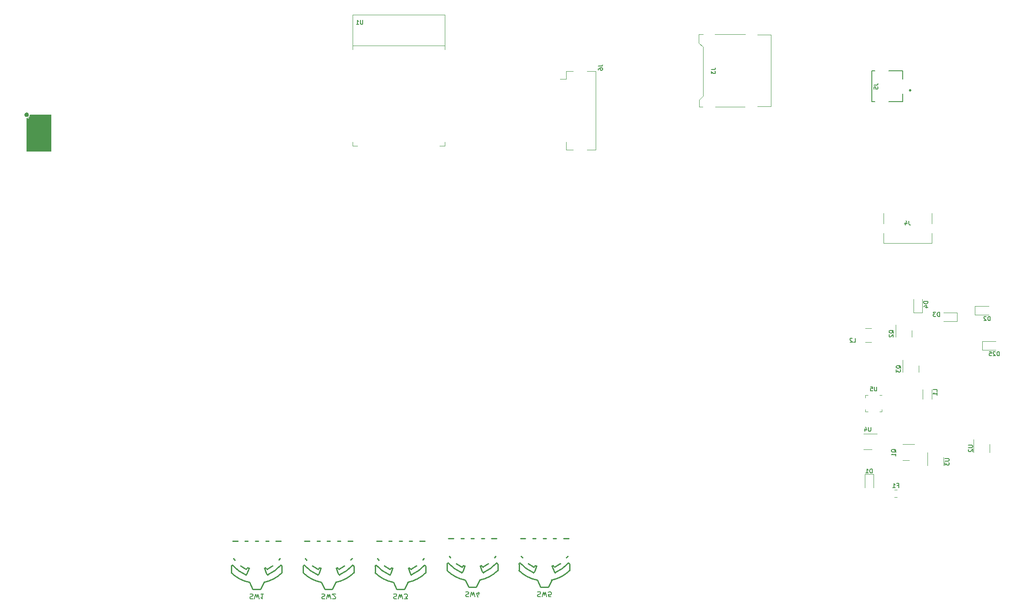
<source format=gbr>
%TF.GenerationSoftware,KiCad,Pcbnew,7.99.0-3193-g96f9f2c658*%
%TF.CreationDate,2023-10-14T12:34:30+01:00*%
%TF.ProjectId,hh2024,68683230-3234-42e6-9b69-6361645f7063,rev?*%
%TF.SameCoordinates,Original*%
%TF.FileFunction,Legend,Bot*%
%TF.FilePolarity,Positive*%
%FSLAX46Y46*%
G04 Gerber Fmt 4.6, Leading zero omitted, Abs format (unit mm)*
G04 Created by KiCad (PCBNEW 7.99.0-3193-g96f9f2c658) date 2023-10-14 12:34:30*
%MOMM*%
%LPD*%
G01*
G04 APERTURE LIST*
%ADD10C,0.150000*%
%ADD11C,0.120000*%
%ADD12C,0.100000*%
%ADD13C,0.254000*%
%ADD14C,0.250000*%
%ADD15C,0.127000*%
%ADD16C,0.300000*%
G04 APERTURE END LIST*
D10*
X116787667Y-160293800D02*
X116930524Y-160246180D01*
X116930524Y-160246180D02*
X117168619Y-160246180D01*
X117168619Y-160246180D02*
X117263857Y-160293800D01*
X117263857Y-160293800D02*
X117311476Y-160341419D01*
X117311476Y-160341419D02*
X117359095Y-160436657D01*
X117359095Y-160436657D02*
X117359095Y-160531895D01*
X117359095Y-160531895D02*
X117311476Y-160627133D01*
X117311476Y-160627133D02*
X117263857Y-160674752D01*
X117263857Y-160674752D02*
X117168619Y-160722371D01*
X117168619Y-160722371D02*
X116978143Y-160769990D01*
X116978143Y-160769990D02*
X116882905Y-160817609D01*
X116882905Y-160817609D02*
X116835286Y-160865228D01*
X116835286Y-160865228D02*
X116787667Y-160960466D01*
X116787667Y-160960466D02*
X116787667Y-161055704D01*
X116787667Y-161055704D02*
X116835286Y-161150942D01*
X116835286Y-161150942D02*
X116882905Y-161198561D01*
X116882905Y-161198561D02*
X116978143Y-161246180D01*
X116978143Y-161246180D02*
X117216238Y-161246180D01*
X117216238Y-161246180D02*
X117359095Y-161198561D01*
X117692429Y-161246180D02*
X117930524Y-160246180D01*
X117930524Y-160246180D02*
X118121000Y-160960466D01*
X118121000Y-160960466D02*
X118311476Y-160246180D01*
X118311476Y-160246180D02*
X118549572Y-161246180D01*
X118882905Y-161150942D02*
X118930524Y-161198561D01*
X118930524Y-161198561D02*
X119025762Y-161246180D01*
X119025762Y-161246180D02*
X119263857Y-161246180D01*
X119263857Y-161246180D02*
X119359095Y-161198561D01*
X119359095Y-161198561D02*
X119406714Y-161150942D01*
X119406714Y-161150942D02*
X119454333Y-161055704D01*
X119454333Y-161055704D02*
X119454333Y-160960466D01*
X119454333Y-160960466D02*
X119406714Y-160817609D01*
X119406714Y-160817609D02*
X118835286Y-160246180D01*
X118835286Y-160246180D02*
X119454333Y-160246180D01*
X246912475Y-106933295D02*
X246912475Y-106133295D01*
X246912475Y-106133295D02*
X246721999Y-106133295D01*
X246721999Y-106133295D02*
X246607713Y-106171390D01*
X246607713Y-106171390D02*
X246531523Y-106247580D01*
X246531523Y-106247580D02*
X246493428Y-106323771D01*
X246493428Y-106323771D02*
X246455332Y-106476152D01*
X246455332Y-106476152D02*
X246455332Y-106590438D01*
X246455332Y-106590438D02*
X246493428Y-106742819D01*
X246493428Y-106742819D02*
X246531523Y-106819009D01*
X246531523Y-106819009D02*
X246607713Y-106895200D01*
X246607713Y-106895200D02*
X246721999Y-106933295D01*
X246721999Y-106933295D02*
X246912475Y-106933295D01*
X246150571Y-106209485D02*
X246112475Y-106171390D01*
X246112475Y-106171390D02*
X246036285Y-106133295D01*
X246036285Y-106133295D02*
X245845809Y-106133295D01*
X245845809Y-106133295D02*
X245769618Y-106171390D01*
X245769618Y-106171390D02*
X245731523Y-106209485D01*
X245731523Y-106209485D02*
X245693428Y-106285676D01*
X245693428Y-106285676D02*
X245693428Y-106361866D01*
X245693428Y-106361866D02*
X245731523Y-106476152D01*
X245731523Y-106476152D02*
X246188666Y-106933295D01*
X246188666Y-106933295D02*
X245693428Y-106933295D01*
X124764523Y-48379295D02*
X124764523Y-49026914D01*
X124764523Y-49026914D02*
X124726428Y-49103104D01*
X124726428Y-49103104D02*
X124688333Y-49141200D01*
X124688333Y-49141200D02*
X124612142Y-49179295D01*
X124612142Y-49179295D02*
X124459761Y-49179295D01*
X124459761Y-49179295D02*
X124383571Y-49141200D01*
X124383571Y-49141200D02*
X124345476Y-49103104D01*
X124345476Y-49103104D02*
X124307380Y-49026914D01*
X124307380Y-49026914D02*
X124307380Y-48379295D01*
X123507381Y-49179295D02*
X123964524Y-49179295D01*
X123735952Y-49179295D02*
X123735952Y-48379295D01*
X123735952Y-48379295D02*
X123812143Y-48493580D01*
X123812143Y-48493580D02*
X123888333Y-48569771D01*
X123888333Y-48569771D02*
X123964524Y-48607866D01*
X228583485Y-132630809D02*
X228545390Y-132554619D01*
X228545390Y-132554619D02*
X228469200Y-132478428D01*
X228469200Y-132478428D02*
X228354914Y-132364142D01*
X228354914Y-132364142D02*
X228316819Y-132287952D01*
X228316819Y-132287952D02*
X228316819Y-132211761D01*
X228507295Y-132249857D02*
X228469200Y-132173666D01*
X228469200Y-132173666D02*
X228393009Y-132097476D01*
X228393009Y-132097476D02*
X228240628Y-132059380D01*
X228240628Y-132059380D02*
X227973961Y-132059380D01*
X227973961Y-132059380D02*
X227821580Y-132097476D01*
X227821580Y-132097476D02*
X227745390Y-132173666D01*
X227745390Y-132173666D02*
X227707295Y-132249857D01*
X227707295Y-132249857D02*
X227707295Y-132402238D01*
X227707295Y-132402238D02*
X227745390Y-132478428D01*
X227745390Y-132478428D02*
X227821580Y-132554619D01*
X227821580Y-132554619D02*
X227973961Y-132592714D01*
X227973961Y-132592714D02*
X228240628Y-132592714D01*
X228240628Y-132592714D02*
X228393009Y-132554619D01*
X228393009Y-132554619D02*
X228469200Y-132478428D01*
X228469200Y-132478428D02*
X228507295Y-132402238D01*
X228507295Y-132402238D02*
X228507295Y-132249857D01*
X228507295Y-133354618D02*
X228507295Y-132897475D01*
X228507295Y-133126047D02*
X227707295Y-133126047D01*
X227707295Y-133126047D02*
X227821580Y-133049856D01*
X227821580Y-133049856D02*
X227897771Y-132973666D01*
X227897771Y-132973666D02*
X227935866Y-132897475D01*
X229513485Y-116276309D02*
X229475390Y-116200119D01*
X229475390Y-116200119D02*
X229399200Y-116123928D01*
X229399200Y-116123928D02*
X229284914Y-116009642D01*
X229284914Y-116009642D02*
X229246819Y-115933452D01*
X229246819Y-115933452D02*
X229246819Y-115857261D01*
X229437295Y-115895357D02*
X229399200Y-115819166D01*
X229399200Y-115819166D02*
X229323009Y-115742976D01*
X229323009Y-115742976D02*
X229170628Y-115704880D01*
X229170628Y-115704880D02*
X228903961Y-115704880D01*
X228903961Y-115704880D02*
X228751580Y-115742976D01*
X228751580Y-115742976D02*
X228675390Y-115819166D01*
X228675390Y-115819166D02*
X228637295Y-115895357D01*
X228637295Y-115895357D02*
X228637295Y-116047738D01*
X228637295Y-116047738D02*
X228675390Y-116123928D01*
X228675390Y-116123928D02*
X228751580Y-116200119D01*
X228751580Y-116200119D02*
X228903961Y-116238214D01*
X228903961Y-116238214D02*
X229170628Y-116238214D01*
X229170628Y-116238214D02*
X229323009Y-116200119D01*
X229323009Y-116200119D02*
X229399200Y-116123928D01*
X229399200Y-116123928D02*
X229437295Y-116047738D01*
X229437295Y-116047738D02*
X229437295Y-115895357D01*
X228637295Y-116504880D02*
X228637295Y-117000118D01*
X228637295Y-117000118D02*
X228942057Y-116733452D01*
X228942057Y-116733452D02*
X228942057Y-116847737D01*
X228942057Y-116847737D02*
X228980152Y-116923928D01*
X228980152Y-116923928D02*
X229018247Y-116962023D01*
X229018247Y-116962023D02*
X229094438Y-117000118D01*
X229094438Y-117000118D02*
X229284914Y-117000118D01*
X229284914Y-117000118D02*
X229361104Y-116962023D01*
X229361104Y-116962023D02*
X229399200Y-116923928D01*
X229399200Y-116923928D02*
X229437295Y-116847737D01*
X229437295Y-116847737D02*
X229437295Y-116619166D01*
X229437295Y-116619166D02*
X229399200Y-116542975D01*
X229399200Y-116542975D02*
X229361104Y-116504880D01*
X224296295Y-61016333D02*
X224867723Y-61016333D01*
X224867723Y-61016333D02*
X224982009Y-60978238D01*
X224982009Y-60978238D02*
X225058200Y-60902047D01*
X225058200Y-60902047D02*
X225096295Y-60787762D01*
X225096295Y-60787762D02*
X225096295Y-60711571D01*
X224296295Y-61778238D02*
X224296295Y-61397286D01*
X224296295Y-61397286D02*
X224677247Y-61359190D01*
X224677247Y-61359190D02*
X224639152Y-61397286D01*
X224639152Y-61397286D02*
X224601057Y-61473476D01*
X224601057Y-61473476D02*
X224601057Y-61663952D01*
X224601057Y-61663952D02*
X224639152Y-61740143D01*
X224639152Y-61740143D02*
X224677247Y-61778238D01*
X224677247Y-61778238D02*
X224753438Y-61816333D01*
X224753438Y-61816333D02*
X224943914Y-61816333D01*
X224943914Y-61816333D02*
X225020104Y-61778238D01*
X225020104Y-61778238D02*
X225058200Y-61740143D01*
X225058200Y-61740143D02*
X225096295Y-61663952D01*
X225096295Y-61663952D02*
X225096295Y-61473476D01*
X225096295Y-61473476D02*
X225058200Y-61397286D01*
X225058200Y-61397286D02*
X225020104Y-61359190D01*
X144799667Y-159860300D02*
X144942524Y-159812680D01*
X144942524Y-159812680D02*
X145180619Y-159812680D01*
X145180619Y-159812680D02*
X145275857Y-159860300D01*
X145275857Y-159860300D02*
X145323476Y-159907919D01*
X145323476Y-159907919D02*
X145371095Y-160003157D01*
X145371095Y-160003157D02*
X145371095Y-160098395D01*
X145371095Y-160098395D02*
X145323476Y-160193633D01*
X145323476Y-160193633D02*
X145275857Y-160241252D01*
X145275857Y-160241252D02*
X145180619Y-160288871D01*
X145180619Y-160288871D02*
X144990143Y-160336490D01*
X144990143Y-160336490D02*
X144894905Y-160384109D01*
X144894905Y-160384109D02*
X144847286Y-160431728D01*
X144847286Y-160431728D02*
X144799667Y-160526966D01*
X144799667Y-160526966D02*
X144799667Y-160622204D01*
X144799667Y-160622204D02*
X144847286Y-160717442D01*
X144847286Y-160717442D02*
X144894905Y-160765061D01*
X144894905Y-160765061D02*
X144990143Y-160812680D01*
X144990143Y-160812680D02*
X145228238Y-160812680D01*
X145228238Y-160812680D02*
X145371095Y-160765061D01*
X145704429Y-160812680D02*
X145942524Y-159812680D01*
X145942524Y-159812680D02*
X146133000Y-160526966D01*
X146133000Y-160526966D02*
X146323476Y-159812680D01*
X146323476Y-159812680D02*
X146561572Y-160812680D01*
X147371095Y-160479347D02*
X147371095Y-159812680D01*
X147133000Y-160860300D02*
X146894905Y-160146014D01*
X146894905Y-160146014D02*
X147513952Y-160146014D01*
X242714295Y-131253476D02*
X243361914Y-131253476D01*
X243361914Y-131253476D02*
X243438104Y-131291571D01*
X243438104Y-131291571D02*
X243476200Y-131329666D01*
X243476200Y-131329666D02*
X243514295Y-131405857D01*
X243514295Y-131405857D02*
X243514295Y-131558238D01*
X243514295Y-131558238D02*
X243476200Y-131634428D01*
X243476200Y-131634428D02*
X243438104Y-131672523D01*
X243438104Y-131672523D02*
X243361914Y-131710619D01*
X243361914Y-131710619D02*
X242714295Y-131710619D01*
X242790485Y-132053475D02*
X242752390Y-132091571D01*
X242752390Y-132091571D02*
X242714295Y-132167761D01*
X242714295Y-132167761D02*
X242714295Y-132358237D01*
X242714295Y-132358237D02*
X242752390Y-132434428D01*
X242752390Y-132434428D02*
X242790485Y-132472523D01*
X242790485Y-132472523D02*
X242866676Y-132510618D01*
X242866676Y-132510618D02*
X242942866Y-132510618D01*
X242942866Y-132510618D02*
X243057152Y-132472523D01*
X243057152Y-132472523D02*
X243514295Y-132015380D01*
X243514295Y-132015380D02*
X243514295Y-132510618D01*
X237065475Y-106153295D02*
X237065475Y-105353295D01*
X237065475Y-105353295D02*
X236874999Y-105353295D01*
X236874999Y-105353295D02*
X236760713Y-105391390D01*
X236760713Y-105391390D02*
X236684523Y-105467580D01*
X236684523Y-105467580D02*
X236646428Y-105543771D01*
X236646428Y-105543771D02*
X236608332Y-105696152D01*
X236608332Y-105696152D02*
X236608332Y-105810438D01*
X236608332Y-105810438D02*
X236646428Y-105962819D01*
X236646428Y-105962819D02*
X236684523Y-106039009D01*
X236684523Y-106039009D02*
X236760713Y-106115200D01*
X236760713Y-106115200D02*
X236874999Y-106153295D01*
X236874999Y-106153295D02*
X237065475Y-106153295D01*
X236341666Y-105353295D02*
X235846428Y-105353295D01*
X235846428Y-105353295D02*
X236113094Y-105658057D01*
X236113094Y-105658057D02*
X235998809Y-105658057D01*
X235998809Y-105658057D02*
X235922618Y-105696152D01*
X235922618Y-105696152D02*
X235884523Y-105734247D01*
X235884523Y-105734247D02*
X235846428Y-105810438D01*
X235846428Y-105810438D02*
X235846428Y-106000914D01*
X235846428Y-106000914D02*
X235884523Y-106077104D01*
X235884523Y-106077104D02*
X235922618Y-106115200D01*
X235922618Y-106115200D02*
X235998809Y-106153295D01*
X235998809Y-106153295D02*
X236227380Y-106153295D01*
X236227380Y-106153295D02*
X236303571Y-106115200D01*
X236303571Y-106115200D02*
X236341666Y-106077104D01*
X102787667Y-160293800D02*
X102930524Y-160246180D01*
X102930524Y-160246180D02*
X103168619Y-160246180D01*
X103168619Y-160246180D02*
X103263857Y-160293800D01*
X103263857Y-160293800D02*
X103311476Y-160341419D01*
X103311476Y-160341419D02*
X103359095Y-160436657D01*
X103359095Y-160436657D02*
X103359095Y-160531895D01*
X103359095Y-160531895D02*
X103311476Y-160627133D01*
X103311476Y-160627133D02*
X103263857Y-160674752D01*
X103263857Y-160674752D02*
X103168619Y-160722371D01*
X103168619Y-160722371D02*
X102978143Y-160769990D01*
X102978143Y-160769990D02*
X102882905Y-160817609D01*
X102882905Y-160817609D02*
X102835286Y-160865228D01*
X102835286Y-160865228D02*
X102787667Y-160960466D01*
X102787667Y-160960466D02*
X102787667Y-161055704D01*
X102787667Y-161055704D02*
X102835286Y-161150942D01*
X102835286Y-161150942D02*
X102882905Y-161198561D01*
X102882905Y-161198561D02*
X102978143Y-161246180D01*
X102978143Y-161246180D02*
X103216238Y-161246180D01*
X103216238Y-161246180D02*
X103359095Y-161198561D01*
X103692429Y-161246180D02*
X103930524Y-160246180D01*
X103930524Y-160246180D02*
X104121000Y-160960466D01*
X104121000Y-160960466D02*
X104311476Y-160246180D01*
X104311476Y-160246180D02*
X104549572Y-161246180D01*
X105454333Y-160246180D02*
X104882905Y-160246180D01*
X105168619Y-160246180D02*
X105168619Y-161246180D01*
X105168619Y-161246180D02*
X105073381Y-161103323D01*
X105073381Y-161103323D02*
X104978143Y-161008085D01*
X104978143Y-161008085D02*
X104882905Y-160960466D01*
X228116485Y-109418309D02*
X228078390Y-109342119D01*
X228078390Y-109342119D02*
X228002200Y-109265928D01*
X228002200Y-109265928D02*
X227887914Y-109151642D01*
X227887914Y-109151642D02*
X227849819Y-109075452D01*
X227849819Y-109075452D02*
X227849819Y-108999261D01*
X228040295Y-109037357D02*
X228002200Y-108961166D01*
X228002200Y-108961166D02*
X227926009Y-108884976D01*
X227926009Y-108884976D02*
X227773628Y-108846880D01*
X227773628Y-108846880D02*
X227506961Y-108846880D01*
X227506961Y-108846880D02*
X227354580Y-108884976D01*
X227354580Y-108884976D02*
X227278390Y-108961166D01*
X227278390Y-108961166D02*
X227240295Y-109037357D01*
X227240295Y-109037357D02*
X227240295Y-109189738D01*
X227240295Y-109189738D02*
X227278390Y-109265928D01*
X227278390Y-109265928D02*
X227354580Y-109342119D01*
X227354580Y-109342119D02*
X227506961Y-109380214D01*
X227506961Y-109380214D02*
X227773628Y-109380214D01*
X227773628Y-109380214D02*
X227926009Y-109342119D01*
X227926009Y-109342119D02*
X228002200Y-109265928D01*
X228002200Y-109265928D02*
X228040295Y-109189738D01*
X228040295Y-109189738D02*
X228040295Y-109037357D01*
X227316485Y-109684975D02*
X227278390Y-109723071D01*
X227278390Y-109723071D02*
X227240295Y-109799261D01*
X227240295Y-109799261D02*
X227240295Y-109989737D01*
X227240295Y-109989737D02*
X227278390Y-110065928D01*
X227278390Y-110065928D02*
X227316485Y-110104023D01*
X227316485Y-110104023D02*
X227392676Y-110142118D01*
X227392676Y-110142118D02*
X227468866Y-110142118D01*
X227468866Y-110142118D02*
X227583152Y-110104023D01*
X227583152Y-110104023D02*
X228040295Y-109646880D01*
X228040295Y-109646880D02*
X228040295Y-110142118D01*
X130787667Y-160293800D02*
X130930524Y-160246180D01*
X130930524Y-160246180D02*
X131168619Y-160246180D01*
X131168619Y-160246180D02*
X131263857Y-160293800D01*
X131263857Y-160293800D02*
X131311476Y-160341419D01*
X131311476Y-160341419D02*
X131359095Y-160436657D01*
X131359095Y-160436657D02*
X131359095Y-160531895D01*
X131359095Y-160531895D02*
X131311476Y-160627133D01*
X131311476Y-160627133D02*
X131263857Y-160674752D01*
X131263857Y-160674752D02*
X131168619Y-160722371D01*
X131168619Y-160722371D02*
X130978143Y-160769990D01*
X130978143Y-160769990D02*
X130882905Y-160817609D01*
X130882905Y-160817609D02*
X130835286Y-160865228D01*
X130835286Y-160865228D02*
X130787667Y-160960466D01*
X130787667Y-160960466D02*
X130787667Y-161055704D01*
X130787667Y-161055704D02*
X130835286Y-161150942D01*
X130835286Y-161150942D02*
X130882905Y-161198561D01*
X130882905Y-161198561D02*
X130978143Y-161246180D01*
X130978143Y-161246180D02*
X131216238Y-161246180D01*
X131216238Y-161246180D02*
X131359095Y-161198561D01*
X131692429Y-161246180D02*
X131930524Y-160246180D01*
X131930524Y-160246180D02*
X132121000Y-160960466D01*
X132121000Y-160960466D02*
X132311476Y-160246180D01*
X132311476Y-160246180D02*
X132549572Y-161246180D01*
X132835286Y-161246180D02*
X133454333Y-161246180D01*
X133454333Y-161246180D02*
X133121000Y-160865228D01*
X133121000Y-160865228D02*
X133263857Y-160865228D01*
X133263857Y-160865228D02*
X133359095Y-160817609D01*
X133359095Y-160817609D02*
X133406714Y-160769990D01*
X133406714Y-160769990D02*
X133454333Y-160674752D01*
X133454333Y-160674752D02*
X133454333Y-160436657D01*
X133454333Y-160436657D02*
X133406714Y-160341419D01*
X133406714Y-160341419D02*
X133359095Y-160293800D01*
X133359095Y-160293800D02*
X133263857Y-160246180D01*
X133263857Y-160246180D02*
X132978143Y-160246180D01*
X132978143Y-160246180D02*
X132882905Y-160293800D01*
X132882905Y-160293800D02*
X132835286Y-160341419D01*
X223937475Y-136661295D02*
X223937475Y-135861295D01*
X223937475Y-135861295D02*
X223746999Y-135861295D01*
X223746999Y-135861295D02*
X223632713Y-135899390D01*
X223632713Y-135899390D02*
X223556523Y-135975580D01*
X223556523Y-135975580D02*
X223518428Y-136051771D01*
X223518428Y-136051771D02*
X223480332Y-136204152D01*
X223480332Y-136204152D02*
X223480332Y-136318438D01*
X223480332Y-136318438D02*
X223518428Y-136470819D01*
X223518428Y-136470819D02*
X223556523Y-136547009D01*
X223556523Y-136547009D02*
X223632713Y-136623200D01*
X223632713Y-136623200D02*
X223746999Y-136661295D01*
X223746999Y-136661295D02*
X223937475Y-136661295D01*
X222718428Y-136661295D02*
X223175571Y-136661295D01*
X222946999Y-136661295D02*
X222946999Y-135861295D01*
X222946999Y-135861295D02*
X223023190Y-135975580D01*
X223023190Y-135975580D02*
X223099380Y-136051771D01*
X223099380Y-136051771D02*
X223175571Y-136089866D01*
X234784295Y-103237524D02*
X233984295Y-103237524D01*
X233984295Y-103237524D02*
X233984295Y-103428000D01*
X233984295Y-103428000D02*
X234022390Y-103542286D01*
X234022390Y-103542286D02*
X234098580Y-103618476D01*
X234098580Y-103618476D02*
X234174771Y-103656571D01*
X234174771Y-103656571D02*
X234327152Y-103694667D01*
X234327152Y-103694667D02*
X234441438Y-103694667D01*
X234441438Y-103694667D02*
X234593819Y-103656571D01*
X234593819Y-103656571D02*
X234670009Y-103618476D01*
X234670009Y-103618476D02*
X234746200Y-103542286D01*
X234746200Y-103542286D02*
X234784295Y-103428000D01*
X234784295Y-103428000D02*
X234784295Y-103237524D01*
X234250961Y-104380381D02*
X234784295Y-104380381D01*
X233946200Y-104189905D02*
X234517628Y-103999428D01*
X234517628Y-103999428D02*
X234517628Y-104494667D01*
X231106666Y-87515295D02*
X231106666Y-88086723D01*
X231106666Y-88086723D02*
X231144761Y-88201009D01*
X231144761Y-88201009D02*
X231220952Y-88277200D01*
X231220952Y-88277200D02*
X231335237Y-88315295D01*
X231335237Y-88315295D02*
X231411428Y-88315295D01*
X230382856Y-87781961D02*
X230382856Y-88315295D01*
X230573332Y-87477200D02*
X230763809Y-88048628D01*
X230763809Y-88048628D02*
X230268570Y-88048628D01*
X236612295Y-120783166D02*
X236612295Y-120402214D01*
X236612295Y-120402214D02*
X235812295Y-120402214D01*
X236612295Y-121468880D02*
X236612295Y-121011737D01*
X236612295Y-121240309D02*
X235812295Y-121240309D01*
X235812295Y-121240309D02*
X235926580Y-121164118D01*
X235926580Y-121164118D02*
X236002771Y-121087928D01*
X236002771Y-121087928D02*
X236040866Y-121011737D01*
X170662295Y-57333333D02*
X171233723Y-57333333D01*
X171233723Y-57333333D02*
X171348009Y-57295238D01*
X171348009Y-57295238D02*
X171424200Y-57219047D01*
X171424200Y-57219047D02*
X171462295Y-57104762D01*
X171462295Y-57104762D02*
X171462295Y-57028571D01*
X170662295Y-58057143D02*
X170662295Y-57904762D01*
X170662295Y-57904762D02*
X170700390Y-57828571D01*
X170700390Y-57828571D02*
X170738485Y-57790476D01*
X170738485Y-57790476D02*
X170852771Y-57714286D01*
X170852771Y-57714286D02*
X171005152Y-57676190D01*
X171005152Y-57676190D02*
X171309914Y-57676190D01*
X171309914Y-57676190D02*
X171386104Y-57714286D01*
X171386104Y-57714286D02*
X171424200Y-57752381D01*
X171424200Y-57752381D02*
X171462295Y-57828571D01*
X171462295Y-57828571D02*
X171462295Y-57980952D01*
X171462295Y-57980952D02*
X171424200Y-58057143D01*
X171424200Y-58057143D02*
X171386104Y-58095238D01*
X171386104Y-58095238D02*
X171309914Y-58133333D01*
X171309914Y-58133333D02*
X171119438Y-58133333D01*
X171119438Y-58133333D02*
X171043247Y-58095238D01*
X171043247Y-58095238D02*
X171005152Y-58057143D01*
X171005152Y-58057143D02*
X170967057Y-57980952D01*
X170967057Y-57980952D02*
X170967057Y-57828571D01*
X170967057Y-57828571D02*
X171005152Y-57752381D01*
X171005152Y-57752381D02*
X171043247Y-57714286D01*
X171043247Y-57714286D02*
X171119438Y-57676190D01*
X238113295Y-133887976D02*
X238760914Y-133887976D01*
X238760914Y-133887976D02*
X238837104Y-133926071D01*
X238837104Y-133926071D02*
X238875200Y-133964166D01*
X238875200Y-133964166D02*
X238913295Y-134040357D01*
X238913295Y-134040357D02*
X238913295Y-134192738D01*
X238913295Y-134192738D02*
X238875200Y-134268928D01*
X238875200Y-134268928D02*
X238837104Y-134307023D01*
X238837104Y-134307023D02*
X238760914Y-134345119D01*
X238760914Y-134345119D02*
X238113295Y-134345119D01*
X238113295Y-134649880D02*
X238113295Y-135145118D01*
X238113295Y-135145118D02*
X238418057Y-134878452D01*
X238418057Y-134878452D02*
X238418057Y-134992737D01*
X238418057Y-134992737D02*
X238456152Y-135068928D01*
X238456152Y-135068928D02*
X238494247Y-135107023D01*
X238494247Y-135107023D02*
X238570438Y-135145118D01*
X238570438Y-135145118D02*
X238760914Y-135145118D01*
X238760914Y-135145118D02*
X238837104Y-135107023D01*
X238837104Y-135107023D02*
X238875200Y-135068928D01*
X238875200Y-135068928D02*
X238913295Y-134992737D01*
X238913295Y-134992737D02*
X238913295Y-134764166D01*
X238913295Y-134764166D02*
X238875200Y-134687975D01*
X238875200Y-134687975D02*
X238837104Y-134649880D01*
X220317333Y-111167295D02*
X220698285Y-111167295D01*
X220698285Y-111167295D02*
X220698285Y-110367295D01*
X220088762Y-110443485D02*
X220050666Y-110405390D01*
X220050666Y-110405390D02*
X219974476Y-110367295D01*
X219974476Y-110367295D02*
X219784000Y-110367295D01*
X219784000Y-110367295D02*
X219707809Y-110405390D01*
X219707809Y-110405390D02*
X219669714Y-110443485D01*
X219669714Y-110443485D02*
X219631619Y-110519676D01*
X219631619Y-110519676D02*
X219631619Y-110595866D01*
X219631619Y-110595866D02*
X219669714Y-110710152D01*
X219669714Y-110710152D02*
X220126857Y-111167295D01*
X220126857Y-111167295D02*
X219631619Y-111167295D01*
X248690428Y-113791295D02*
X248690428Y-112991295D01*
X248690428Y-112991295D02*
X248499952Y-112991295D01*
X248499952Y-112991295D02*
X248385666Y-113029390D01*
X248385666Y-113029390D02*
X248309476Y-113105580D01*
X248309476Y-113105580D02*
X248271381Y-113181771D01*
X248271381Y-113181771D02*
X248233285Y-113334152D01*
X248233285Y-113334152D02*
X248233285Y-113448438D01*
X248233285Y-113448438D02*
X248271381Y-113600819D01*
X248271381Y-113600819D02*
X248309476Y-113677009D01*
X248309476Y-113677009D02*
X248385666Y-113753200D01*
X248385666Y-113753200D02*
X248499952Y-113791295D01*
X248499952Y-113791295D02*
X248690428Y-113791295D01*
X247928524Y-113067485D02*
X247890428Y-113029390D01*
X247890428Y-113029390D02*
X247814238Y-112991295D01*
X247814238Y-112991295D02*
X247623762Y-112991295D01*
X247623762Y-112991295D02*
X247547571Y-113029390D01*
X247547571Y-113029390D02*
X247509476Y-113067485D01*
X247509476Y-113067485D02*
X247471381Y-113143676D01*
X247471381Y-113143676D02*
X247471381Y-113219866D01*
X247471381Y-113219866D02*
X247509476Y-113334152D01*
X247509476Y-113334152D02*
X247966619Y-113791295D01*
X247966619Y-113791295D02*
X247471381Y-113791295D01*
X246747571Y-112991295D02*
X247128523Y-112991295D01*
X247128523Y-112991295D02*
X247166619Y-113372247D01*
X247166619Y-113372247D02*
X247128523Y-113334152D01*
X247128523Y-113334152D02*
X247052333Y-113296057D01*
X247052333Y-113296057D02*
X246861857Y-113296057D01*
X246861857Y-113296057D02*
X246785666Y-113334152D01*
X246785666Y-113334152D02*
X246747571Y-113372247D01*
X246747571Y-113372247D02*
X246709476Y-113448438D01*
X246709476Y-113448438D02*
X246709476Y-113638914D01*
X246709476Y-113638914D02*
X246747571Y-113715104D01*
X246747571Y-113715104D02*
X246785666Y-113753200D01*
X246785666Y-113753200D02*
X246861857Y-113791295D01*
X246861857Y-113791295D02*
X247052333Y-113791295D01*
X247052333Y-113791295D02*
X247128523Y-113753200D01*
X247128523Y-113753200D02*
X247166619Y-113715104D01*
X158799667Y-159860300D02*
X158942524Y-159812680D01*
X158942524Y-159812680D02*
X159180619Y-159812680D01*
X159180619Y-159812680D02*
X159275857Y-159860300D01*
X159275857Y-159860300D02*
X159323476Y-159907919D01*
X159323476Y-159907919D02*
X159371095Y-160003157D01*
X159371095Y-160003157D02*
X159371095Y-160098395D01*
X159371095Y-160098395D02*
X159323476Y-160193633D01*
X159323476Y-160193633D02*
X159275857Y-160241252D01*
X159275857Y-160241252D02*
X159180619Y-160288871D01*
X159180619Y-160288871D02*
X158990143Y-160336490D01*
X158990143Y-160336490D02*
X158894905Y-160384109D01*
X158894905Y-160384109D02*
X158847286Y-160431728D01*
X158847286Y-160431728D02*
X158799667Y-160526966D01*
X158799667Y-160526966D02*
X158799667Y-160622204D01*
X158799667Y-160622204D02*
X158847286Y-160717442D01*
X158847286Y-160717442D02*
X158894905Y-160765061D01*
X158894905Y-160765061D02*
X158990143Y-160812680D01*
X158990143Y-160812680D02*
X159228238Y-160812680D01*
X159228238Y-160812680D02*
X159371095Y-160765061D01*
X159704429Y-160812680D02*
X159942524Y-159812680D01*
X159942524Y-159812680D02*
X160133000Y-160526966D01*
X160133000Y-160526966D02*
X160323476Y-159812680D01*
X160323476Y-159812680D02*
X160561572Y-160812680D01*
X161418714Y-160812680D02*
X160942524Y-160812680D01*
X160942524Y-160812680D02*
X160894905Y-160336490D01*
X160894905Y-160336490D02*
X160942524Y-160384109D01*
X160942524Y-160384109D02*
X161037762Y-160431728D01*
X161037762Y-160431728D02*
X161275857Y-160431728D01*
X161275857Y-160431728D02*
X161371095Y-160384109D01*
X161371095Y-160384109D02*
X161418714Y-160336490D01*
X161418714Y-160336490D02*
X161466333Y-160241252D01*
X161466333Y-160241252D02*
X161466333Y-160003157D01*
X161466333Y-160003157D02*
X161418714Y-159907919D01*
X161418714Y-159907919D02*
X161371095Y-159860300D01*
X161371095Y-159860300D02*
X161275857Y-159812680D01*
X161275857Y-159812680D02*
X161037762Y-159812680D01*
X161037762Y-159812680D02*
X160942524Y-159860300D01*
X160942524Y-159860300D02*
X160894905Y-159907919D01*
X192608295Y-57998333D02*
X193179723Y-57998333D01*
X193179723Y-57998333D02*
X193294009Y-57960238D01*
X193294009Y-57960238D02*
X193370200Y-57884047D01*
X193370200Y-57884047D02*
X193408295Y-57769762D01*
X193408295Y-57769762D02*
X193408295Y-57693571D01*
X192608295Y-58303095D02*
X192608295Y-58798333D01*
X192608295Y-58798333D02*
X192913057Y-58531667D01*
X192913057Y-58531667D02*
X192913057Y-58645952D01*
X192913057Y-58645952D02*
X192951152Y-58722143D01*
X192951152Y-58722143D02*
X192989247Y-58760238D01*
X192989247Y-58760238D02*
X193065438Y-58798333D01*
X193065438Y-58798333D02*
X193255914Y-58798333D01*
X193255914Y-58798333D02*
X193332104Y-58760238D01*
X193332104Y-58760238D02*
X193370200Y-58722143D01*
X193370200Y-58722143D02*
X193408295Y-58645952D01*
X193408295Y-58645952D02*
X193408295Y-58417381D01*
X193408295Y-58417381D02*
X193370200Y-58341190D01*
X193370200Y-58341190D02*
X193332104Y-58303095D01*
X228820666Y-139101247D02*
X229087332Y-139101247D01*
X229087332Y-139520295D02*
X229087332Y-138720295D01*
X229087332Y-138720295D02*
X228706380Y-138720295D01*
X227982571Y-139520295D02*
X228439714Y-139520295D01*
X228211142Y-139520295D02*
X228211142Y-138720295D01*
X228211142Y-138720295D02*
X228287333Y-138834580D01*
X228287333Y-138834580D02*
X228363523Y-138910771D01*
X228363523Y-138910771D02*
X228439714Y-138948866D01*
X224845523Y-119874295D02*
X224845523Y-120521914D01*
X224845523Y-120521914D02*
X224807428Y-120598104D01*
X224807428Y-120598104D02*
X224769333Y-120636200D01*
X224769333Y-120636200D02*
X224693142Y-120674295D01*
X224693142Y-120674295D02*
X224540761Y-120674295D01*
X224540761Y-120674295D02*
X224464571Y-120636200D01*
X224464571Y-120636200D02*
X224426476Y-120598104D01*
X224426476Y-120598104D02*
X224388380Y-120521914D01*
X224388380Y-120521914D02*
X224388380Y-119874295D01*
X223626476Y-119874295D02*
X224007428Y-119874295D01*
X224007428Y-119874295D02*
X224045524Y-120255247D01*
X224045524Y-120255247D02*
X224007428Y-120217152D01*
X224007428Y-120217152D02*
X223931238Y-120179057D01*
X223931238Y-120179057D02*
X223740762Y-120179057D01*
X223740762Y-120179057D02*
X223664571Y-120217152D01*
X223664571Y-120217152D02*
X223626476Y-120255247D01*
X223626476Y-120255247D02*
X223588381Y-120331438D01*
X223588381Y-120331438D02*
X223588381Y-120521914D01*
X223588381Y-120521914D02*
X223626476Y-120598104D01*
X223626476Y-120598104D02*
X223664571Y-120636200D01*
X223664571Y-120636200D02*
X223740762Y-120674295D01*
X223740762Y-120674295D02*
X223931238Y-120674295D01*
X223931238Y-120674295D02*
X224007428Y-120636200D01*
X224007428Y-120636200D02*
X224045524Y-120598104D01*
X223697023Y-127726295D02*
X223697023Y-128373914D01*
X223697023Y-128373914D02*
X223658928Y-128450104D01*
X223658928Y-128450104D02*
X223620833Y-128488200D01*
X223620833Y-128488200D02*
X223544642Y-128526295D01*
X223544642Y-128526295D02*
X223392261Y-128526295D01*
X223392261Y-128526295D02*
X223316071Y-128488200D01*
X223316071Y-128488200D02*
X223277976Y-128450104D01*
X223277976Y-128450104D02*
X223239880Y-128373914D01*
X223239880Y-128373914D02*
X223239880Y-127726295D01*
X222516071Y-127992961D02*
X222516071Y-128526295D01*
X222706547Y-127688200D02*
X222897024Y-128259628D01*
X222897024Y-128259628D02*
X222401785Y-128259628D01*
D11*
%TO.C,J1*%
X59306000Y-67530000D02*
X59306000Y-73930000D01*
X59306000Y-73930000D02*
X64006000Y-73930000D01*
X64006000Y-66830000D02*
X60006000Y-66830000D01*
X64006000Y-66830000D02*
X64006000Y-73930000D01*
X60006000Y-66830000D02*
G75*
G02*
X59306000Y-67530000I-699999J-1D01*
G01*
D10*
X59666555Y-66830000D02*
G75*
G02*
X59666555Y-66830000I-360555J0D01*
G01*
D12*
X59606000Y-66630000D02*
X59606000Y-67030000D01*
X59106000Y-67130000D01*
X59006000Y-66730000D01*
X59306000Y-66469445D01*
X59606000Y-66630000D01*
G36*
X59606000Y-66630000D02*
G01*
X59606000Y-67030000D01*
X59106000Y-67130000D01*
X59006000Y-66730000D01*
X59306000Y-66469445D01*
X59606000Y-66630000D01*
G37*
X64006000Y-73930000D02*
X59306000Y-73930000D01*
X59306000Y-67530000D01*
X59706000Y-67530000D01*
X60006000Y-67130000D01*
X60006000Y-66830000D01*
X64006000Y-66830000D01*
X64006000Y-73930000D01*
G36*
X64006000Y-73930000D02*
G01*
X59306000Y-73930000D01*
X59306000Y-67530000D01*
X59706000Y-67530000D01*
X60006000Y-67130000D01*
X60006000Y-66830000D01*
X64006000Y-66830000D01*
X64006000Y-73930000D01*
G37*
D13*
%TO.C,SW2*%
X113171000Y-154882000D02*
X113171000Y-156142000D01*
X113421000Y-154662000D02*
X113391000Y-154662000D01*
X113574000Y-153342000D02*
X113854000Y-153633000D01*
X114421000Y-149913000D02*
X113421000Y-149913000D01*
X115951000Y-156522000D02*
X116031000Y-156522000D01*
X116011000Y-155452000D02*
X116081000Y-155452000D01*
X116161000Y-156392000D02*
X116601000Y-155172000D01*
X116361000Y-155172000D02*
X116601000Y-155172000D01*
X116421000Y-149913000D02*
X115821000Y-149913000D01*
D14*
X116719000Y-157996000D02*
X117346000Y-159378000D01*
D13*
X118421000Y-149913000D02*
X117821000Y-149913000D01*
D14*
X118846000Y-159377000D02*
X117345000Y-159377000D01*
X119514000Y-157992000D02*
X118846000Y-159377000D01*
D13*
X119831000Y-155172000D02*
X119591000Y-155172000D01*
X120031000Y-156392000D02*
X119591000Y-155172000D01*
X120181000Y-155452000D02*
X120111000Y-155452000D01*
X120241000Y-156522000D02*
X120161000Y-156522000D01*
X120421000Y-149913000D02*
X119821000Y-149913000D01*
X121208000Y-154805000D02*
X121200000Y-154813000D01*
X122662000Y-153342000D02*
X122380000Y-153626000D01*
X122771000Y-154662000D02*
X122801000Y-154662000D01*
X122821000Y-149913000D02*
X121821000Y-149913000D01*
X123021000Y-154882000D02*
X123021000Y-156142000D01*
X113171000Y-154881973D02*
G75*
G02*
X113391000Y-154662000I220000J-27D01*
G01*
X115950096Y-156521582D02*
G75*
G02*
X113390000Y-154662000I3035904J6871582D01*
G01*
X116010448Y-155451794D02*
G75*
G02*
X114992000Y-154813000I1438560J3424805D01*
G01*
X116161000Y-156391975D02*
G75*
G02*
X116031000Y-156522000I-130000J-25D01*
G01*
X116211000Y-155322025D02*
G75*
G02*
X116081000Y-155452000I-130000J25D01*
G01*
X116211000Y-155322026D02*
G75*
G02*
X116361000Y-155172000I150000J26D01*
G01*
D14*
X116676297Y-157993065D02*
G75*
G02*
X113171001Y-156141999I1314704J6734066D01*
G01*
D13*
X119831000Y-155172000D02*
G75*
G02*
X119981000Y-155322000I0J-150000D01*
G01*
X120111000Y-155452000D02*
G75*
G02*
X119981000Y-155322000I0J130000D01*
G01*
X120161000Y-156522000D02*
G75*
G02*
X120031000Y-156392000I0J130000D01*
G01*
X121199539Y-154813009D02*
G75*
G02*
X120181000Y-155452000I-2457539J2786009D01*
G01*
X122801000Y-154662000D02*
G75*
G02*
X123021000Y-154882000I0J-220000D01*
G01*
X122801346Y-154662243D02*
G75*
G02*
X120241000Y-156521999I-5596349J5012247D01*
G01*
D14*
X123021044Y-156141227D02*
G75*
G02*
X119516000Y-157992999I-4821044J4882227D01*
G01*
D11*
%TO.C,D2*%
X243962000Y-104121000D02*
X243962000Y-105821000D01*
X246622000Y-104121000D02*
X243962000Y-104121000D01*
X246622000Y-105821000D02*
X243962000Y-105821000D01*
%TO.C,U1*%
X122755000Y-47367000D02*
X140755000Y-47367000D01*
X122755000Y-54117000D02*
X122755000Y-47367000D01*
X122755000Y-72867000D02*
X122755000Y-72117000D01*
X123755000Y-72867000D02*
X122755000Y-72867000D01*
X139755000Y-72867000D02*
X140755000Y-72867000D01*
X140755000Y-53367000D02*
X122755000Y-53367000D01*
X140755000Y-54117000D02*
X140755000Y-47367000D01*
X140755000Y-72867000D02*
X140755000Y-72117000D01*
%TO.C,Q1*%
X229857500Y-131097000D02*
X230507500Y-131097000D01*
X229857500Y-134217000D02*
X230507500Y-134217000D01*
X231157500Y-134217000D02*
X230507500Y-134217000D01*
X232182500Y-131097000D02*
X230507500Y-131097000D01*
%TO.C,Q3*%
X229915000Y-114677500D02*
X229915000Y-116352500D01*
X229915000Y-117002500D02*
X229915000Y-116352500D01*
X233035000Y-115702500D02*
X233035000Y-116352500D01*
X233035000Y-117002500D02*
X233035000Y-116352500D01*
D15*
%TO.C,J5*%
X223884000Y-58283000D02*
X223884000Y-64283000D01*
X223884000Y-64283000D02*
X224484000Y-64283000D01*
X224484000Y-58283000D02*
X223884000Y-58283000D01*
X227184000Y-58283000D02*
X229884000Y-58283000D01*
X227184000Y-64283000D02*
X229884000Y-64283000D01*
X229884000Y-58283000D02*
X229884000Y-59833000D01*
X229884000Y-64283000D02*
X229884000Y-62733000D01*
D16*
X231434000Y-62083000D02*
G75*
G02*
X231434000Y-62083000I-100000J0D01*
G01*
D13*
%TO.C,SW4*%
X141183000Y-154448500D02*
X141183000Y-155708500D01*
X141433000Y-154228500D02*
X141403000Y-154228500D01*
X141586000Y-152908500D02*
X141866000Y-153199500D01*
X142433000Y-149479500D02*
X141433000Y-149479500D01*
X143963000Y-156088500D02*
X144043000Y-156088500D01*
X144023000Y-155018500D02*
X144093000Y-155018500D01*
X144173000Y-155958500D02*
X144613000Y-154738500D01*
X144373000Y-154738500D02*
X144613000Y-154738500D01*
X144433000Y-149479500D02*
X143833000Y-149479500D01*
D14*
X144731000Y-157562500D02*
X145358000Y-158944500D01*
D13*
X146433000Y-149479500D02*
X145833000Y-149479500D01*
D14*
X146858000Y-158943500D02*
X145357000Y-158943500D01*
X147526000Y-157558500D02*
X146858000Y-158943500D01*
D13*
X147843000Y-154738500D02*
X147603000Y-154738500D01*
X148043000Y-155958500D02*
X147603000Y-154738500D01*
X148193000Y-155018500D02*
X148123000Y-155018500D01*
X148253000Y-156088500D02*
X148173000Y-156088500D01*
X148433000Y-149479500D02*
X147833000Y-149479500D01*
X149220000Y-154371500D02*
X149212000Y-154379500D01*
X150674000Y-152908500D02*
X150392000Y-153192500D01*
X150783000Y-154228500D02*
X150813000Y-154228500D01*
X150833000Y-149479500D02*
X149833000Y-149479500D01*
X151033000Y-154448500D02*
X151033000Y-155708500D01*
X141183000Y-154448473D02*
G75*
G02*
X141403000Y-154228500I220000J-27D01*
G01*
X143962096Y-156088082D02*
G75*
G02*
X141402000Y-154228500I3035904J6871582D01*
G01*
X144022448Y-155018294D02*
G75*
G02*
X143004000Y-154379500I1438560J3424805D01*
G01*
X144173000Y-155958475D02*
G75*
G02*
X144043000Y-156088500I-130000J-25D01*
G01*
X144223000Y-154888525D02*
G75*
G02*
X144093000Y-155018500I-130000J25D01*
G01*
X144223000Y-154888526D02*
G75*
G02*
X144373000Y-154738500I150000J26D01*
G01*
D14*
X144688297Y-157559565D02*
G75*
G02*
X141183001Y-155708499I1314704J6734066D01*
G01*
D13*
X147843000Y-154738500D02*
G75*
G02*
X147993000Y-154888500I0J-150000D01*
G01*
X148123000Y-155018500D02*
G75*
G02*
X147993000Y-154888500I0J130000D01*
G01*
X148173000Y-156088500D02*
G75*
G02*
X148043000Y-155958500I0J130000D01*
G01*
X149211539Y-154379509D02*
G75*
G02*
X148193000Y-155018500I-2457539J2786009D01*
G01*
X150813000Y-154228500D02*
G75*
G02*
X151033000Y-154448500I0J-220000D01*
G01*
X150813346Y-154228743D02*
G75*
G02*
X148253000Y-156088499I-5596349J5012247D01*
G01*
D14*
X151033044Y-155707727D02*
G75*
G02*
X147528000Y-157559499I-4821044J4882227D01*
G01*
D11*
%TO.C,U2*%
X243692000Y-130100500D02*
X243692000Y-131900500D01*
X243692000Y-132700500D02*
X243692000Y-131900500D01*
X246812000Y-131100500D02*
X246812000Y-131900500D01*
X246812000Y-132700500D02*
X246812000Y-131900500D01*
%TO.C,D3*%
X237825000Y-105391000D02*
X240485000Y-105391000D01*
X237825000Y-107091000D02*
X240485000Y-107091000D01*
X240485000Y-107091000D02*
X240485000Y-105391000D01*
D13*
%TO.C,SW1*%
X99171000Y-154882000D02*
X99171000Y-156142000D01*
X99421000Y-154662000D02*
X99391000Y-154662000D01*
X99574000Y-153342000D02*
X99854000Y-153633000D01*
X100421000Y-149913000D02*
X99421000Y-149913000D01*
X101951000Y-156522000D02*
X102031000Y-156522000D01*
X102011000Y-155452000D02*
X102081000Y-155452000D01*
X102161000Y-156392000D02*
X102601000Y-155172000D01*
X102361000Y-155172000D02*
X102601000Y-155172000D01*
X102421000Y-149913000D02*
X101821000Y-149913000D01*
D14*
X102719000Y-157996000D02*
X103346000Y-159378000D01*
D13*
X104421000Y-149913000D02*
X103821000Y-149913000D01*
D14*
X104846000Y-159377000D02*
X103345000Y-159377000D01*
X105514000Y-157992000D02*
X104846000Y-159377000D01*
D13*
X105831000Y-155172000D02*
X105591000Y-155172000D01*
X106031000Y-156392000D02*
X105591000Y-155172000D01*
X106181000Y-155452000D02*
X106111000Y-155452000D01*
X106241000Y-156522000D02*
X106161000Y-156522000D01*
X106421000Y-149913000D02*
X105821000Y-149913000D01*
X107208000Y-154805000D02*
X107200000Y-154813000D01*
X108662000Y-153342000D02*
X108380000Y-153626000D01*
X108771000Y-154662000D02*
X108801000Y-154662000D01*
X108821000Y-149913000D02*
X107821000Y-149913000D01*
X109021000Y-154882000D02*
X109021000Y-156142000D01*
X99171000Y-154881973D02*
G75*
G02*
X99391000Y-154662000I220000J-27D01*
G01*
X101950096Y-156521582D02*
G75*
G02*
X99390000Y-154662000I3035904J6871582D01*
G01*
X102010448Y-155451794D02*
G75*
G02*
X100992000Y-154813000I1438560J3424805D01*
G01*
X102161000Y-156391975D02*
G75*
G02*
X102031000Y-156522000I-130000J-25D01*
G01*
X102211000Y-155322025D02*
G75*
G02*
X102081000Y-155452000I-130000J25D01*
G01*
X102211000Y-155322026D02*
G75*
G02*
X102361000Y-155172000I150000J26D01*
G01*
D14*
X102676297Y-157993065D02*
G75*
G02*
X99171001Y-156141999I1314704J6734066D01*
G01*
D13*
X105831000Y-155172000D02*
G75*
G02*
X105981000Y-155322000I0J-150000D01*
G01*
X106111000Y-155452000D02*
G75*
G02*
X105981000Y-155322000I0J130000D01*
G01*
X106161000Y-156522000D02*
G75*
G02*
X106031000Y-156392000I0J130000D01*
G01*
X107199539Y-154813009D02*
G75*
G02*
X106181000Y-155452000I-2457539J2786009D01*
G01*
X108801000Y-154662000D02*
G75*
G02*
X109021000Y-154882000I0J-220000D01*
G01*
X108801346Y-154662243D02*
G75*
G02*
X106241000Y-156521999I-5596349J5012247D01*
G01*
D14*
X109021044Y-156141227D02*
G75*
G02*
X105516000Y-157992999I-4821044J4882227D01*
G01*
D11*
%TO.C,Q2*%
X228518000Y-107819500D02*
X228518000Y-109494500D01*
X228518000Y-110144500D02*
X228518000Y-109494500D01*
X231638000Y-108844500D02*
X231638000Y-109494500D01*
X231638000Y-110144500D02*
X231638000Y-109494500D01*
D13*
%TO.C,SW3*%
X127171000Y-154882000D02*
X127171000Y-156142000D01*
X127421000Y-154662000D02*
X127391000Y-154662000D01*
X127574000Y-153342000D02*
X127854000Y-153633000D01*
X128421000Y-149913000D02*
X127421000Y-149913000D01*
X129951000Y-156522000D02*
X130031000Y-156522000D01*
X130011000Y-155452000D02*
X130081000Y-155452000D01*
X130161000Y-156392000D02*
X130601000Y-155172000D01*
X130361000Y-155172000D02*
X130601000Y-155172000D01*
X130421000Y-149913000D02*
X129821000Y-149913000D01*
D14*
X130719000Y-157996000D02*
X131346000Y-159378000D01*
D13*
X132421000Y-149913000D02*
X131821000Y-149913000D01*
D14*
X132846000Y-159377000D02*
X131345000Y-159377000D01*
X133514000Y-157992000D02*
X132846000Y-159377000D01*
D13*
X133831000Y-155172000D02*
X133591000Y-155172000D01*
X134031000Y-156392000D02*
X133591000Y-155172000D01*
X134181000Y-155452000D02*
X134111000Y-155452000D01*
X134241000Y-156522000D02*
X134161000Y-156522000D01*
X134421000Y-149913000D02*
X133821000Y-149913000D01*
X135208000Y-154805000D02*
X135200000Y-154813000D01*
X136662000Y-153342000D02*
X136380000Y-153626000D01*
X136771000Y-154662000D02*
X136801000Y-154662000D01*
X136821000Y-149913000D02*
X135821000Y-149913000D01*
X137021000Y-154882000D02*
X137021000Y-156142000D01*
X127171000Y-154881973D02*
G75*
G02*
X127391000Y-154662000I220000J-27D01*
G01*
X129950096Y-156521582D02*
G75*
G02*
X127390000Y-154662000I3035904J6871582D01*
G01*
X130010448Y-155451794D02*
G75*
G02*
X128992000Y-154813000I1438560J3424805D01*
G01*
X130161000Y-156391975D02*
G75*
G02*
X130031000Y-156522000I-130000J-25D01*
G01*
X130211000Y-155322025D02*
G75*
G02*
X130081000Y-155452000I-130000J25D01*
G01*
X130211000Y-155322026D02*
G75*
G02*
X130361000Y-155172000I150000J26D01*
G01*
D14*
X130676297Y-157993065D02*
G75*
G02*
X127171001Y-156141999I1314704J6734066D01*
G01*
D13*
X133831000Y-155172000D02*
G75*
G02*
X133981000Y-155322000I0J-150000D01*
G01*
X134111000Y-155452000D02*
G75*
G02*
X133981000Y-155322000I0J130000D01*
G01*
X134161000Y-156522000D02*
G75*
G02*
X134031000Y-156392000I0J130000D01*
G01*
X135199539Y-154813009D02*
G75*
G02*
X134181000Y-155452000I-2457539J2786009D01*
G01*
X136801000Y-154662000D02*
G75*
G02*
X137021000Y-154882000I0J-220000D01*
G01*
X136801346Y-154662243D02*
G75*
G02*
X134241000Y-156521999I-5596349J5012247D01*
G01*
D14*
X137021044Y-156141227D02*
G75*
G02*
X133516000Y-157992999I-4821044J4882227D01*
G01*
D11*
%TO.C,D1*%
X222497000Y-139549000D02*
X222497000Y-136889000D01*
X224197000Y-136889000D02*
X222497000Y-136889000D01*
X224197000Y-139549000D02*
X224197000Y-136889000D01*
%TO.C,D4*%
X232022000Y-102778000D02*
X232022000Y-105438000D01*
X232022000Y-105438000D02*
X233722000Y-105438000D01*
X233722000Y-102778000D02*
X233722000Y-105438000D01*
%TO.C,J4*%
X226140000Y-88053000D02*
X226140000Y-86053000D01*
X226140000Y-91853000D02*
X226140000Y-89953000D01*
X226140000Y-91853000D02*
X235540000Y-91853000D01*
X235540000Y-88053000D02*
X235540000Y-86053000D01*
X235540000Y-91853000D02*
X235540000Y-89953000D01*
%TO.C,L1*%
X233750000Y-120404000D02*
X233750000Y-122304000D01*
X235550000Y-120404000D02*
X235550000Y-122254000D01*
X235550000Y-122304000D02*
X235550000Y-122254000D01*
%TO.C,J6*%
X163150000Y-59840000D02*
X164350000Y-59840000D01*
X164350000Y-58350000D02*
X164350000Y-59840000D01*
X164350000Y-73650000D02*
X164350000Y-72160000D01*
X165690000Y-58350000D02*
X164350000Y-58350000D01*
X165690000Y-73650000D02*
X164350000Y-73650000D01*
X168410000Y-73650000D02*
X170150000Y-73650000D01*
X170150000Y-58350000D02*
X168410000Y-58350000D01*
X170150000Y-73650000D02*
X170150000Y-58350000D01*
%TO.C,U3*%
X234741000Y-132635000D02*
X234741000Y-134435000D01*
X234741000Y-135235000D02*
X234741000Y-134435000D01*
X237861000Y-133635000D02*
X237861000Y-134435000D01*
X237861000Y-135235000D02*
X237861000Y-134435000D01*
%TO.C,L2*%
X223822064Y-108437000D02*
X222617936Y-108437000D01*
X223822064Y-111157000D02*
X222617936Y-111157000D01*
%TO.C,D25*%
X245359000Y-110979000D02*
X245359000Y-112679000D01*
X248019000Y-110979000D02*
X245359000Y-110979000D01*
X248019000Y-112679000D02*
X245359000Y-112679000D01*
D13*
%TO.C,SW5*%
X155183000Y-154448500D02*
X155183000Y-155708500D01*
X155433000Y-154228500D02*
X155403000Y-154228500D01*
X155586000Y-152908500D02*
X155866000Y-153199500D01*
X156433000Y-149479500D02*
X155433000Y-149479500D01*
X157963000Y-156088500D02*
X158043000Y-156088500D01*
X158023000Y-155018500D02*
X158093000Y-155018500D01*
X158173000Y-155958500D02*
X158613000Y-154738500D01*
X158373000Y-154738500D02*
X158613000Y-154738500D01*
X158433000Y-149479500D02*
X157833000Y-149479500D01*
D14*
X158731000Y-157562500D02*
X159358000Y-158944500D01*
D13*
X160433000Y-149479500D02*
X159833000Y-149479500D01*
D14*
X160858000Y-158943500D02*
X159357000Y-158943500D01*
X161526000Y-157558500D02*
X160858000Y-158943500D01*
D13*
X161843000Y-154738500D02*
X161603000Y-154738500D01*
X162043000Y-155958500D02*
X161603000Y-154738500D01*
X162193000Y-155018500D02*
X162123000Y-155018500D01*
X162253000Y-156088500D02*
X162173000Y-156088500D01*
X162433000Y-149479500D02*
X161833000Y-149479500D01*
X163220000Y-154371500D02*
X163212000Y-154379500D01*
X164674000Y-152908500D02*
X164392000Y-153192500D01*
X164783000Y-154228500D02*
X164813000Y-154228500D01*
X164833000Y-149479500D02*
X163833000Y-149479500D01*
X165033000Y-154448500D02*
X165033000Y-155708500D01*
X155183000Y-154448473D02*
G75*
G02*
X155403000Y-154228500I220000J-27D01*
G01*
X157962096Y-156088082D02*
G75*
G02*
X155402000Y-154228500I3035904J6871582D01*
G01*
X158022448Y-155018294D02*
G75*
G02*
X157004000Y-154379500I1438560J3424805D01*
G01*
X158173000Y-155958475D02*
G75*
G02*
X158043000Y-156088500I-130000J-25D01*
G01*
X158223000Y-154888525D02*
G75*
G02*
X158093000Y-155018500I-130000J25D01*
G01*
X158223000Y-154888526D02*
G75*
G02*
X158373000Y-154738500I150000J26D01*
G01*
D14*
X158688297Y-157559565D02*
G75*
G02*
X155183001Y-155708499I1314704J6734066D01*
G01*
D13*
X161843000Y-154738500D02*
G75*
G02*
X161993000Y-154888500I0J-150000D01*
G01*
X162123000Y-155018500D02*
G75*
G02*
X161993000Y-154888500I0J130000D01*
G01*
X162173000Y-156088500D02*
G75*
G02*
X162043000Y-155958500I0J130000D01*
G01*
X163211539Y-154379509D02*
G75*
G02*
X162193000Y-155018500I-2457539J2786009D01*
G01*
X164813000Y-154228500D02*
G75*
G02*
X165033000Y-154448500I0J-220000D01*
G01*
X164813346Y-154228743D02*
G75*
G02*
X162253000Y-156088499I-5596349J5012247D01*
G01*
D14*
X165033044Y-155707727D02*
G75*
G02*
X161528000Y-157559499I-4821044J4882227D01*
G01*
D11*
%TO.C,J3*%
X190221000Y-51165000D02*
X191021000Y-51165000D01*
X190221000Y-52815000D02*
X190221000Y-51165000D01*
X190271000Y-63915000D02*
X191021000Y-63165000D01*
X190271000Y-65265000D02*
X190271000Y-63915000D01*
X190971000Y-65265000D02*
X190271000Y-65265000D01*
X191021000Y-53615000D02*
X190221000Y-52815000D01*
X191021000Y-63165000D02*
X191021000Y-53615000D01*
X193321000Y-51165000D02*
X199271000Y-51165000D01*
X199171000Y-65265000D02*
X193371000Y-65265000D01*
X201621000Y-51215000D02*
X204271000Y-51215000D01*
X204271000Y-51215000D02*
X204271000Y-65215000D01*
X204271000Y-65215000D02*
X201571000Y-65215000D01*
%TO.C,F1*%
X228295422Y-139948000D02*
X228812578Y-139948000D01*
X228295422Y-141368000D02*
X228812578Y-141368000D01*
%TO.C,U5*%
X222626000Y-121522000D02*
X222626000Y-121972000D01*
X222626000Y-124742000D02*
X222626000Y-124292000D01*
X223076000Y-121522000D02*
X222626000Y-121522000D01*
X223076000Y-124742000D02*
X222626000Y-124742000D01*
X225396000Y-121522000D02*
X225846000Y-121522000D01*
X225396000Y-124742000D02*
X225846000Y-124742000D01*
X225846000Y-124742000D02*
X225846000Y-124292000D01*
%TO.C,U4*%
X222287500Y-129004000D02*
X223087500Y-129004000D01*
X222287500Y-132124000D02*
X223087500Y-132124000D01*
X223887500Y-132124000D02*
X223087500Y-132124000D01*
X224887500Y-129004000D02*
X223087500Y-129004000D01*
%TD*%
M02*

</source>
